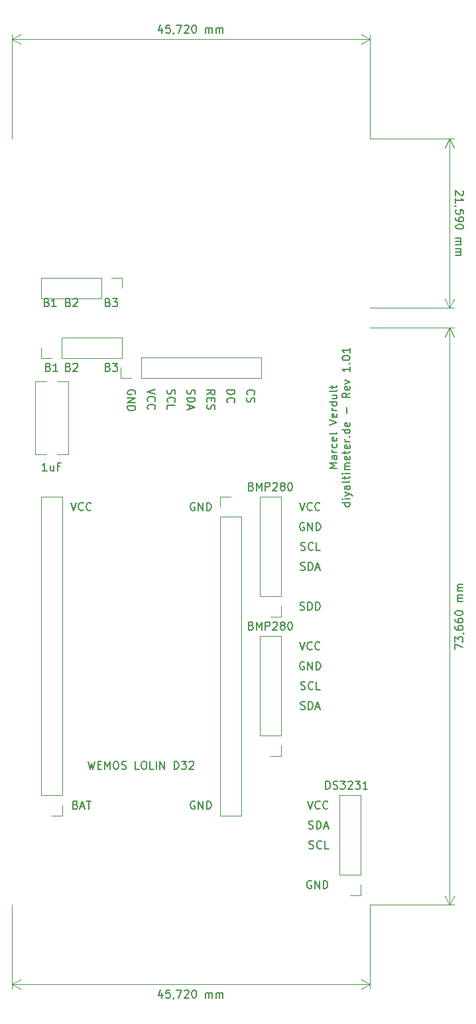
<source format=gbr>
G04 #@! TF.GenerationSoftware,KiCad,Pcbnew,(5.1.0)-1*
G04 #@! TF.CreationDate,2019-04-29T20:29:36+02:00*
G04 #@! TF.ProjectId,diyaltimeter.de,64697961-6c74-4696-9d65-7465722e6465,rev?*
G04 #@! TF.SameCoordinates,Original*
G04 #@! TF.FileFunction,Legend,Top*
G04 #@! TF.FilePolarity,Positive*
%FSLAX46Y46*%
G04 Gerber Fmt 4.6, Leading zero omitted, Abs format (unit mm)*
G04 Created by KiCad (PCBNEW (5.1.0)-1) date 2019-04-29 20:29:36*
%MOMM*%
%LPD*%
G04 APERTURE LIST*
%ADD10C,0.150000*%
%ADD11C,0.120000*%
G04 APERTURE END LIST*
D10*
X122642380Y-147700476D02*
X122642380Y-147033809D01*
X123642380Y-147462380D01*
X122642380Y-146748095D02*
X122642380Y-146129047D01*
X123023333Y-146462380D01*
X123023333Y-146319523D01*
X123070952Y-146224285D01*
X123118571Y-146176666D01*
X123213809Y-146129047D01*
X123451904Y-146129047D01*
X123547142Y-146176666D01*
X123594761Y-146224285D01*
X123642380Y-146319523D01*
X123642380Y-146605238D01*
X123594761Y-146700476D01*
X123547142Y-146748095D01*
X123594761Y-145652857D02*
X123642380Y-145652857D01*
X123737619Y-145700476D01*
X123785238Y-145748095D01*
X122642380Y-144795714D02*
X122642380Y-144986190D01*
X122690000Y-145081428D01*
X122737619Y-145129047D01*
X122880476Y-145224285D01*
X123070952Y-145271904D01*
X123451904Y-145271904D01*
X123547142Y-145224285D01*
X123594761Y-145176666D01*
X123642380Y-145081428D01*
X123642380Y-144890952D01*
X123594761Y-144795714D01*
X123547142Y-144748095D01*
X123451904Y-144700476D01*
X123213809Y-144700476D01*
X123118571Y-144748095D01*
X123070952Y-144795714D01*
X123023333Y-144890952D01*
X123023333Y-145081428D01*
X123070952Y-145176666D01*
X123118571Y-145224285D01*
X123213809Y-145271904D01*
X122642380Y-143843333D02*
X122642380Y-144033809D01*
X122690000Y-144129047D01*
X122737619Y-144176666D01*
X122880476Y-144271904D01*
X123070952Y-144319523D01*
X123451904Y-144319523D01*
X123547142Y-144271904D01*
X123594761Y-144224285D01*
X123642380Y-144129047D01*
X123642380Y-143938571D01*
X123594761Y-143843333D01*
X123547142Y-143795714D01*
X123451904Y-143748095D01*
X123213809Y-143748095D01*
X123118571Y-143795714D01*
X123070952Y-143843333D01*
X123023333Y-143938571D01*
X123023333Y-144129047D01*
X123070952Y-144224285D01*
X123118571Y-144271904D01*
X123213809Y-144319523D01*
X122642380Y-143129047D02*
X122642380Y-143033809D01*
X122690000Y-142938571D01*
X122737619Y-142890952D01*
X122832857Y-142843333D01*
X123023333Y-142795714D01*
X123261428Y-142795714D01*
X123451904Y-142843333D01*
X123547142Y-142890952D01*
X123594761Y-142938571D01*
X123642380Y-143033809D01*
X123642380Y-143129047D01*
X123594761Y-143224285D01*
X123547142Y-143271904D01*
X123451904Y-143319523D01*
X123261428Y-143367142D01*
X123023333Y-143367142D01*
X122832857Y-143319523D01*
X122737619Y-143271904D01*
X122690000Y-143224285D01*
X122642380Y-143129047D01*
X123642380Y-141605238D02*
X122975714Y-141605238D01*
X123070952Y-141605238D02*
X123023333Y-141557619D01*
X122975714Y-141462380D01*
X122975714Y-141319523D01*
X123023333Y-141224285D01*
X123118571Y-141176666D01*
X123642380Y-141176666D01*
X123118571Y-141176666D02*
X123023333Y-141129047D01*
X122975714Y-141033809D01*
X122975714Y-140890952D01*
X123023333Y-140795714D01*
X123118571Y-140748095D01*
X123642380Y-140748095D01*
X123642380Y-140271904D02*
X122975714Y-140271904D01*
X123070952Y-140271904D02*
X123023333Y-140224285D01*
X122975714Y-140129047D01*
X122975714Y-139986190D01*
X123023333Y-139890952D01*
X123118571Y-139843333D01*
X123642380Y-139843333D01*
X123118571Y-139843333D02*
X123023333Y-139795714D01*
X122975714Y-139700476D01*
X122975714Y-139557619D01*
X123023333Y-139462380D01*
X123118571Y-139414761D01*
X123642380Y-139414761D01*
D11*
X121920000Y-180340000D02*
X121920000Y-106680000D01*
X111760000Y-180340000D02*
X122506421Y-180340000D01*
X111760000Y-106680000D02*
X122506421Y-106680000D01*
X121920000Y-106680000D02*
X122506421Y-107806504D01*
X121920000Y-106680000D02*
X121333579Y-107806504D01*
X121920000Y-180340000D02*
X122506421Y-179213496D01*
X121920000Y-180340000D02*
X121333579Y-179213496D01*
D10*
X123642380Y-89202142D02*
X123690000Y-89249761D01*
X123737619Y-89345000D01*
X123737619Y-89583095D01*
X123690000Y-89678333D01*
X123642380Y-89725952D01*
X123547142Y-89773571D01*
X123451904Y-89773571D01*
X123309047Y-89725952D01*
X122737619Y-89154523D01*
X122737619Y-89773571D01*
X122737619Y-90725952D02*
X122737619Y-90154523D01*
X122737619Y-90440238D02*
X123737619Y-90440238D01*
X123594761Y-90345000D01*
X123499523Y-90249761D01*
X123451904Y-90154523D01*
X122785238Y-91202142D02*
X122737619Y-91202142D01*
X122642380Y-91154523D01*
X122594761Y-91106904D01*
X123737619Y-92106904D02*
X123737619Y-91630714D01*
X123261428Y-91583095D01*
X123309047Y-91630714D01*
X123356666Y-91725952D01*
X123356666Y-91964047D01*
X123309047Y-92059285D01*
X123261428Y-92106904D01*
X123166190Y-92154523D01*
X122928095Y-92154523D01*
X122832857Y-92106904D01*
X122785238Y-92059285D01*
X122737619Y-91964047D01*
X122737619Y-91725952D01*
X122785238Y-91630714D01*
X122832857Y-91583095D01*
X122737619Y-92630714D02*
X122737619Y-92821190D01*
X122785238Y-92916428D01*
X122832857Y-92964047D01*
X122975714Y-93059285D01*
X123166190Y-93106904D01*
X123547142Y-93106904D01*
X123642380Y-93059285D01*
X123690000Y-93011666D01*
X123737619Y-92916428D01*
X123737619Y-92725952D01*
X123690000Y-92630714D01*
X123642380Y-92583095D01*
X123547142Y-92535476D01*
X123309047Y-92535476D01*
X123213809Y-92583095D01*
X123166190Y-92630714D01*
X123118571Y-92725952D01*
X123118571Y-92916428D01*
X123166190Y-93011666D01*
X123213809Y-93059285D01*
X123309047Y-93106904D01*
X123737619Y-93725952D02*
X123737619Y-93821190D01*
X123690000Y-93916428D01*
X123642380Y-93964047D01*
X123547142Y-94011666D01*
X123356666Y-94059285D01*
X123118571Y-94059285D01*
X122928095Y-94011666D01*
X122832857Y-93964047D01*
X122785238Y-93916428D01*
X122737619Y-93821190D01*
X122737619Y-93725952D01*
X122785238Y-93630714D01*
X122832857Y-93583095D01*
X122928095Y-93535476D01*
X123118571Y-93487857D01*
X123356666Y-93487857D01*
X123547142Y-93535476D01*
X123642380Y-93583095D01*
X123690000Y-93630714D01*
X123737619Y-93725952D01*
X122737619Y-95249761D02*
X123404285Y-95249761D01*
X123309047Y-95249761D02*
X123356666Y-95297380D01*
X123404285Y-95392619D01*
X123404285Y-95535476D01*
X123356666Y-95630714D01*
X123261428Y-95678333D01*
X122737619Y-95678333D01*
X123261428Y-95678333D02*
X123356666Y-95725952D01*
X123404285Y-95821190D01*
X123404285Y-95964047D01*
X123356666Y-96059285D01*
X123261428Y-96106904D01*
X122737619Y-96106904D01*
X122737619Y-96583095D02*
X123404285Y-96583095D01*
X123309047Y-96583095D02*
X123356666Y-96630714D01*
X123404285Y-96725952D01*
X123404285Y-96868809D01*
X123356666Y-96964047D01*
X123261428Y-97011666D01*
X122737619Y-97011666D01*
X123261428Y-97011666D02*
X123356666Y-97059285D01*
X123404285Y-97154523D01*
X123404285Y-97297380D01*
X123356666Y-97392619D01*
X123261428Y-97440238D01*
X122737619Y-97440238D01*
D11*
X121920000Y-82550000D02*
X121920000Y-104140000D01*
X111760000Y-82550000D02*
X122506421Y-82550000D01*
X111760000Y-104140000D02*
X122506421Y-104140000D01*
X121920000Y-104140000D02*
X121333579Y-103013496D01*
X121920000Y-104140000D02*
X122506421Y-103013496D01*
X121920000Y-82550000D02*
X121333579Y-83676504D01*
X121920000Y-82550000D02*
X122506421Y-83676504D01*
D10*
X78335238Y-103433571D02*
X78478095Y-103481190D01*
X78525714Y-103528809D01*
X78573333Y-103624047D01*
X78573333Y-103766904D01*
X78525714Y-103862142D01*
X78478095Y-103909761D01*
X78382857Y-103957380D01*
X78001904Y-103957380D01*
X78001904Y-102957380D01*
X78335238Y-102957380D01*
X78430476Y-103005000D01*
X78478095Y-103052619D01*
X78525714Y-103147857D01*
X78525714Y-103243095D01*
X78478095Y-103338333D01*
X78430476Y-103385952D01*
X78335238Y-103433571D01*
X78001904Y-103433571D01*
X78906666Y-102957380D02*
X79525714Y-102957380D01*
X79192380Y-103338333D01*
X79335238Y-103338333D01*
X79430476Y-103385952D01*
X79478095Y-103433571D01*
X79525714Y-103528809D01*
X79525714Y-103766904D01*
X79478095Y-103862142D01*
X79430476Y-103909761D01*
X79335238Y-103957380D01*
X79049523Y-103957380D01*
X78954285Y-103909761D01*
X78906666Y-103862142D01*
X73255238Y-103433571D02*
X73398095Y-103481190D01*
X73445714Y-103528809D01*
X73493333Y-103624047D01*
X73493333Y-103766904D01*
X73445714Y-103862142D01*
X73398095Y-103909761D01*
X73302857Y-103957380D01*
X72921904Y-103957380D01*
X72921904Y-102957380D01*
X73255238Y-102957380D01*
X73350476Y-103005000D01*
X73398095Y-103052619D01*
X73445714Y-103147857D01*
X73445714Y-103243095D01*
X73398095Y-103338333D01*
X73350476Y-103385952D01*
X73255238Y-103433571D01*
X72921904Y-103433571D01*
X73874285Y-103052619D02*
X73921904Y-103005000D01*
X74017142Y-102957380D01*
X74255238Y-102957380D01*
X74350476Y-103005000D01*
X74398095Y-103052619D01*
X74445714Y-103147857D01*
X74445714Y-103243095D01*
X74398095Y-103385952D01*
X73826666Y-103957380D01*
X74445714Y-103957380D01*
X70518928Y-103433571D02*
X70661785Y-103481190D01*
X70709404Y-103528809D01*
X70757023Y-103624047D01*
X70757023Y-103766904D01*
X70709404Y-103862142D01*
X70661785Y-103909761D01*
X70566547Y-103957380D01*
X70185595Y-103957380D01*
X70185595Y-102957380D01*
X70518928Y-102957380D01*
X70614166Y-103005000D01*
X70661785Y-103052619D01*
X70709404Y-103147857D01*
X70709404Y-103243095D01*
X70661785Y-103338333D01*
X70614166Y-103385952D01*
X70518928Y-103433571D01*
X70185595Y-103433571D01*
X71709404Y-103957380D02*
X71137976Y-103957380D01*
X71423690Y-103957380D02*
X71423690Y-102957380D01*
X71328452Y-103100238D01*
X71233214Y-103195476D01*
X71137976Y-103243095D01*
X85233333Y-68365714D02*
X85233333Y-69032380D01*
X84995238Y-67984761D02*
X84757142Y-68699047D01*
X85376190Y-68699047D01*
X86233333Y-68032380D02*
X85757142Y-68032380D01*
X85709523Y-68508571D01*
X85757142Y-68460952D01*
X85852380Y-68413333D01*
X86090476Y-68413333D01*
X86185714Y-68460952D01*
X86233333Y-68508571D01*
X86280952Y-68603809D01*
X86280952Y-68841904D01*
X86233333Y-68937142D01*
X86185714Y-68984761D01*
X86090476Y-69032380D01*
X85852380Y-69032380D01*
X85757142Y-68984761D01*
X85709523Y-68937142D01*
X86757142Y-68984761D02*
X86757142Y-69032380D01*
X86709523Y-69127619D01*
X86661904Y-69175238D01*
X87090476Y-68032380D02*
X87757142Y-68032380D01*
X87328571Y-69032380D01*
X88090476Y-68127619D02*
X88138095Y-68080000D01*
X88233333Y-68032380D01*
X88471428Y-68032380D01*
X88566666Y-68080000D01*
X88614285Y-68127619D01*
X88661904Y-68222857D01*
X88661904Y-68318095D01*
X88614285Y-68460952D01*
X88042857Y-69032380D01*
X88661904Y-69032380D01*
X89280952Y-68032380D02*
X89376190Y-68032380D01*
X89471428Y-68080000D01*
X89519047Y-68127619D01*
X89566666Y-68222857D01*
X89614285Y-68413333D01*
X89614285Y-68651428D01*
X89566666Y-68841904D01*
X89519047Y-68937142D01*
X89471428Y-68984761D01*
X89376190Y-69032380D01*
X89280952Y-69032380D01*
X89185714Y-68984761D01*
X89138095Y-68937142D01*
X89090476Y-68841904D01*
X89042857Y-68651428D01*
X89042857Y-68413333D01*
X89090476Y-68222857D01*
X89138095Y-68127619D01*
X89185714Y-68080000D01*
X89280952Y-68032380D01*
X90804761Y-69032380D02*
X90804761Y-68365714D01*
X90804761Y-68460952D02*
X90852380Y-68413333D01*
X90947619Y-68365714D01*
X91090476Y-68365714D01*
X91185714Y-68413333D01*
X91233333Y-68508571D01*
X91233333Y-69032380D01*
X91233333Y-68508571D02*
X91280952Y-68413333D01*
X91376190Y-68365714D01*
X91519047Y-68365714D01*
X91614285Y-68413333D01*
X91661904Y-68508571D01*
X91661904Y-69032380D01*
X92138095Y-69032380D02*
X92138095Y-68365714D01*
X92138095Y-68460952D02*
X92185714Y-68413333D01*
X92280952Y-68365714D01*
X92423809Y-68365714D01*
X92519047Y-68413333D01*
X92566666Y-68508571D01*
X92566666Y-69032380D01*
X92566666Y-68508571D02*
X92614285Y-68413333D01*
X92709523Y-68365714D01*
X92852380Y-68365714D01*
X92947619Y-68413333D01*
X92995238Y-68508571D01*
X92995238Y-69032380D01*
D11*
X111760000Y-69850000D02*
X66040000Y-69850000D01*
X111760000Y-82550000D02*
X111760000Y-69263579D01*
X66040000Y-82550000D02*
X66040000Y-69263579D01*
X66040000Y-69850000D02*
X67166504Y-69263579D01*
X66040000Y-69850000D02*
X67166504Y-70436421D01*
X111760000Y-69850000D02*
X110633496Y-69263579D01*
X111760000Y-69850000D02*
X110633496Y-70436421D01*
D10*
X85233333Y-191555714D02*
X85233333Y-192222380D01*
X84995238Y-191174761D02*
X84757142Y-191889047D01*
X85376190Y-191889047D01*
X86233333Y-191222380D02*
X85757142Y-191222380D01*
X85709523Y-191698571D01*
X85757142Y-191650952D01*
X85852380Y-191603333D01*
X86090476Y-191603333D01*
X86185714Y-191650952D01*
X86233333Y-191698571D01*
X86280952Y-191793809D01*
X86280952Y-192031904D01*
X86233333Y-192127142D01*
X86185714Y-192174761D01*
X86090476Y-192222380D01*
X85852380Y-192222380D01*
X85757142Y-192174761D01*
X85709523Y-192127142D01*
X86757142Y-192174761D02*
X86757142Y-192222380D01*
X86709523Y-192317619D01*
X86661904Y-192365238D01*
X87090476Y-191222380D02*
X87757142Y-191222380D01*
X87328571Y-192222380D01*
X88090476Y-191317619D02*
X88138095Y-191270000D01*
X88233333Y-191222380D01*
X88471428Y-191222380D01*
X88566666Y-191270000D01*
X88614285Y-191317619D01*
X88661904Y-191412857D01*
X88661904Y-191508095D01*
X88614285Y-191650952D01*
X88042857Y-192222380D01*
X88661904Y-192222380D01*
X89280952Y-191222380D02*
X89376190Y-191222380D01*
X89471428Y-191270000D01*
X89519047Y-191317619D01*
X89566666Y-191412857D01*
X89614285Y-191603333D01*
X89614285Y-191841428D01*
X89566666Y-192031904D01*
X89519047Y-192127142D01*
X89471428Y-192174761D01*
X89376190Y-192222380D01*
X89280952Y-192222380D01*
X89185714Y-192174761D01*
X89138095Y-192127142D01*
X89090476Y-192031904D01*
X89042857Y-191841428D01*
X89042857Y-191603333D01*
X89090476Y-191412857D01*
X89138095Y-191317619D01*
X89185714Y-191270000D01*
X89280952Y-191222380D01*
X90804761Y-192222380D02*
X90804761Y-191555714D01*
X90804761Y-191650952D02*
X90852380Y-191603333D01*
X90947619Y-191555714D01*
X91090476Y-191555714D01*
X91185714Y-191603333D01*
X91233333Y-191698571D01*
X91233333Y-192222380D01*
X91233333Y-191698571D02*
X91280952Y-191603333D01*
X91376190Y-191555714D01*
X91519047Y-191555714D01*
X91614285Y-191603333D01*
X91661904Y-191698571D01*
X91661904Y-192222380D01*
X92138095Y-192222380D02*
X92138095Y-191555714D01*
X92138095Y-191650952D02*
X92185714Y-191603333D01*
X92280952Y-191555714D01*
X92423809Y-191555714D01*
X92519047Y-191603333D01*
X92566666Y-191698571D01*
X92566666Y-192222380D01*
X92566666Y-191698571D02*
X92614285Y-191603333D01*
X92709523Y-191555714D01*
X92852380Y-191555714D01*
X92947619Y-191603333D01*
X92995238Y-191698571D01*
X92995238Y-192222380D01*
D11*
X66040000Y-190500000D02*
X111760000Y-190500000D01*
X66040000Y-180340000D02*
X66040000Y-191086421D01*
X111760000Y-180340000D02*
X111760000Y-191086421D01*
X111760000Y-190500000D02*
X110633496Y-191086421D01*
X111760000Y-190500000D02*
X110633496Y-189913579D01*
X66040000Y-190500000D02*
X67166504Y-191086421D01*
X66040000Y-190500000D02*
X67166504Y-189913579D01*
D10*
X70524761Y-124912380D02*
X69953333Y-124912380D01*
X70239047Y-124912380D02*
X70239047Y-123912380D01*
X70143809Y-124055238D01*
X70048571Y-124150476D01*
X69953333Y-124198095D01*
X71381904Y-124245714D02*
X71381904Y-124912380D01*
X70953333Y-124245714D02*
X70953333Y-124769523D01*
X71000952Y-124864761D01*
X71096190Y-124912380D01*
X71239047Y-124912380D01*
X71334285Y-124864761D01*
X71381904Y-124817142D01*
X72191428Y-124388571D02*
X71858095Y-124388571D01*
X71858095Y-124912380D02*
X71858095Y-123912380D01*
X72334285Y-123912380D01*
X96631428Y-144708571D02*
X96774285Y-144756190D01*
X96821904Y-144803809D01*
X96869523Y-144899047D01*
X96869523Y-145041904D01*
X96821904Y-145137142D01*
X96774285Y-145184761D01*
X96679047Y-145232380D01*
X96298095Y-145232380D01*
X96298095Y-144232380D01*
X96631428Y-144232380D01*
X96726666Y-144280000D01*
X96774285Y-144327619D01*
X96821904Y-144422857D01*
X96821904Y-144518095D01*
X96774285Y-144613333D01*
X96726666Y-144660952D01*
X96631428Y-144708571D01*
X96298095Y-144708571D01*
X97298095Y-145232380D02*
X97298095Y-144232380D01*
X97631428Y-144946666D01*
X97964761Y-144232380D01*
X97964761Y-145232380D01*
X98440952Y-145232380D02*
X98440952Y-144232380D01*
X98821904Y-144232380D01*
X98917142Y-144280000D01*
X98964761Y-144327619D01*
X99012380Y-144422857D01*
X99012380Y-144565714D01*
X98964761Y-144660952D01*
X98917142Y-144708571D01*
X98821904Y-144756190D01*
X98440952Y-144756190D01*
X99393333Y-144327619D02*
X99440952Y-144280000D01*
X99536190Y-144232380D01*
X99774285Y-144232380D01*
X99869523Y-144280000D01*
X99917142Y-144327619D01*
X99964761Y-144422857D01*
X99964761Y-144518095D01*
X99917142Y-144660952D01*
X99345714Y-145232380D01*
X99964761Y-145232380D01*
X100536190Y-144660952D02*
X100440952Y-144613333D01*
X100393333Y-144565714D01*
X100345714Y-144470476D01*
X100345714Y-144422857D01*
X100393333Y-144327619D01*
X100440952Y-144280000D01*
X100536190Y-144232380D01*
X100726666Y-144232380D01*
X100821904Y-144280000D01*
X100869523Y-144327619D01*
X100917142Y-144422857D01*
X100917142Y-144470476D01*
X100869523Y-144565714D01*
X100821904Y-144613333D01*
X100726666Y-144660952D01*
X100536190Y-144660952D01*
X100440952Y-144708571D01*
X100393333Y-144756190D01*
X100345714Y-144851428D01*
X100345714Y-145041904D01*
X100393333Y-145137142D01*
X100440952Y-145184761D01*
X100536190Y-145232380D01*
X100726666Y-145232380D01*
X100821904Y-145184761D01*
X100869523Y-145137142D01*
X100917142Y-145041904D01*
X100917142Y-144851428D01*
X100869523Y-144756190D01*
X100821904Y-144708571D01*
X100726666Y-144660952D01*
X101536190Y-144232380D02*
X101631428Y-144232380D01*
X101726666Y-144280000D01*
X101774285Y-144327619D01*
X101821904Y-144422857D01*
X101869523Y-144613333D01*
X101869523Y-144851428D01*
X101821904Y-145041904D01*
X101774285Y-145137142D01*
X101726666Y-145184761D01*
X101631428Y-145232380D01*
X101536190Y-145232380D01*
X101440952Y-145184761D01*
X101393333Y-145137142D01*
X101345714Y-145041904D01*
X101298095Y-144851428D01*
X101298095Y-144613333D01*
X101345714Y-144422857D01*
X101393333Y-144327619D01*
X101440952Y-144280000D01*
X101536190Y-144232380D01*
X96631428Y-126928571D02*
X96774285Y-126976190D01*
X96821904Y-127023809D01*
X96869523Y-127119047D01*
X96869523Y-127261904D01*
X96821904Y-127357142D01*
X96774285Y-127404761D01*
X96679047Y-127452380D01*
X96298095Y-127452380D01*
X96298095Y-126452380D01*
X96631428Y-126452380D01*
X96726666Y-126500000D01*
X96774285Y-126547619D01*
X96821904Y-126642857D01*
X96821904Y-126738095D01*
X96774285Y-126833333D01*
X96726666Y-126880952D01*
X96631428Y-126928571D01*
X96298095Y-126928571D01*
X97298095Y-127452380D02*
X97298095Y-126452380D01*
X97631428Y-127166666D01*
X97964761Y-126452380D01*
X97964761Y-127452380D01*
X98440952Y-127452380D02*
X98440952Y-126452380D01*
X98821904Y-126452380D01*
X98917142Y-126500000D01*
X98964761Y-126547619D01*
X99012380Y-126642857D01*
X99012380Y-126785714D01*
X98964761Y-126880952D01*
X98917142Y-126928571D01*
X98821904Y-126976190D01*
X98440952Y-126976190D01*
X99393333Y-126547619D02*
X99440952Y-126500000D01*
X99536190Y-126452380D01*
X99774285Y-126452380D01*
X99869523Y-126500000D01*
X99917142Y-126547619D01*
X99964761Y-126642857D01*
X99964761Y-126738095D01*
X99917142Y-126880952D01*
X99345714Y-127452380D01*
X99964761Y-127452380D01*
X100536190Y-126880952D02*
X100440952Y-126833333D01*
X100393333Y-126785714D01*
X100345714Y-126690476D01*
X100345714Y-126642857D01*
X100393333Y-126547619D01*
X100440952Y-126500000D01*
X100536190Y-126452380D01*
X100726666Y-126452380D01*
X100821904Y-126500000D01*
X100869523Y-126547619D01*
X100917142Y-126642857D01*
X100917142Y-126690476D01*
X100869523Y-126785714D01*
X100821904Y-126833333D01*
X100726666Y-126880952D01*
X100536190Y-126880952D01*
X100440952Y-126928571D01*
X100393333Y-126976190D01*
X100345714Y-127071428D01*
X100345714Y-127261904D01*
X100393333Y-127357142D01*
X100440952Y-127404761D01*
X100536190Y-127452380D01*
X100726666Y-127452380D01*
X100821904Y-127404761D01*
X100869523Y-127357142D01*
X100917142Y-127261904D01*
X100917142Y-127071428D01*
X100869523Y-126976190D01*
X100821904Y-126928571D01*
X100726666Y-126880952D01*
X101536190Y-126452380D02*
X101631428Y-126452380D01*
X101726666Y-126500000D01*
X101774285Y-126547619D01*
X101821904Y-126642857D01*
X101869523Y-126833333D01*
X101869523Y-127071428D01*
X101821904Y-127261904D01*
X101774285Y-127357142D01*
X101726666Y-127404761D01*
X101631428Y-127452380D01*
X101536190Y-127452380D01*
X101440952Y-127404761D01*
X101393333Y-127357142D01*
X101345714Y-127261904D01*
X101298095Y-127071428D01*
X101298095Y-126833333D01*
X101345714Y-126642857D01*
X101393333Y-126547619D01*
X101440952Y-126500000D01*
X101536190Y-126452380D01*
X78335238Y-111688571D02*
X78478095Y-111736190D01*
X78525714Y-111783809D01*
X78573333Y-111879047D01*
X78573333Y-112021904D01*
X78525714Y-112117142D01*
X78478095Y-112164761D01*
X78382857Y-112212380D01*
X78001904Y-112212380D01*
X78001904Y-111212380D01*
X78335238Y-111212380D01*
X78430476Y-111260000D01*
X78478095Y-111307619D01*
X78525714Y-111402857D01*
X78525714Y-111498095D01*
X78478095Y-111593333D01*
X78430476Y-111640952D01*
X78335238Y-111688571D01*
X78001904Y-111688571D01*
X78906666Y-111212380D02*
X79525714Y-111212380D01*
X79192380Y-111593333D01*
X79335238Y-111593333D01*
X79430476Y-111640952D01*
X79478095Y-111688571D01*
X79525714Y-111783809D01*
X79525714Y-112021904D01*
X79478095Y-112117142D01*
X79430476Y-112164761D01*
X79335238Y-112212380D01*
X79049523Y-112212380D01*
X78954285Y-112164761D01*
X78906666Y-112117142D01*
X73255238Y-111688571D02*
X73398095Y-111736190D01*
X73445714Y-111783809D01*
X73493333Y-111879047D01*
X73493333Y-112021904D01*
X73445714Y-112117142D01*
X73398095Y-112164761D01*
X73302857Y-112212380D01*
X72921904Y-112212380D01*
X72921904Y-111212380D01*
X73255238Y-111212380D01*
X73350476Y-111260000D01*
X73398095Y-111307619D01*
X73445714Y-111402857D01*
X73445714Y-111498095D01*
X73398095Y-111593333D01*
X73350476Y-111640952D01*
X73255238Y-111688571D01*
X72921904Y-111688571D01*
X73874285Y-111307619D02*
X73921904Y-111260000D01*
X74017142Y-111212380D01*
X74255238Y-111212380D01*
X74350476Y-111260000D01*
X74398095Y-111307619D01*
X74445714Y-111402857D01*
X74445714Y-111498095D01*
X74398095Y-111640952D01*
X73826666Y-112212380D01*
X74445714Y-112212380D01*
X70715238Y-111688571D02*
X70858095Y-111736190D01*
X70905714Y-111783809D01*
X70953333Y-111879047D01*
X70953333Y-112021904D01*
X70905714Y-112117142D01*
X70858095Y-112164761D01*
X70762857Y-112212380D01*
X70381904Y-112212380D01*
X70381904Y-111212380D01*
X70715238Y-111212380D01*
X70810476Y-111260000D01*
X70858095Y-111307619D01*
X70905714Y-111402857D01*
X70905714Y-111498095D01*
X70858095Y-111593333D01*
X70810476Y-111640952D01*
X70715238Y-111688571D01*
X70381904Y-111688571D01*
X71905714Y-112212380D02*
X71334285Y-112212380D01*
X71620000Y-112212380D02*
X71620000Y-111212380D01*
X71524761Y-111355238D01*
X71429523Y-111450476D01*
X71334285Y-111498095D01*
X81780000Y-115159404D02*
X81827619Y-115064166D01*
X81827619Y-114921309D01*
X81780000Y-114778452D01*
X81684761Y-114683214D01*
X81589523Y-114635595D01*
X81399047Y-114587976D01*
X81256190Y-114587976D01*
X81065714Y-114635595D01*
X80970476Y-114683214D01*
X80875238Y-114778452D01*
X80827619Y-114921309D01*
X80827619Y-115016547D01*
X80875238Y-115159404D01*
X80922857Y-115207023D01*
X81256190Y-115207023D01*
X81256190Y-115016547D01*
X80827619Y-115635595D02*
X81827619Y-115635595D01*
X80827619Y-116207023D01*
X81827619Y-116207023D01*
X80827619Y-116683214D02*
X81827619Y-116683214D01*
X81827619Y-116921309D01*
X81780000Y-117064166D01*
X81684761Y-117159404D01*
X81589523Y-117207023D01*
X81399047Y-117254642D01*
X81256190Y-117254642D01*
X81065714Y-117207023D01*
X80970476Y-117159404D01*
X80875238Y-117064166D01*
X80827619Y-116921309D01*
X80827619Y-116683214D01*
X84367619Y-114492738D02*
X83367619Y-114826071D01*
X84367619Y-115159404D01*
X83462857Y-116064166D02*
X83415238Y-116016547D01*
X83367619Y-115873690D01*
X83367619Y-115778452D01*
X83415238Y-115635595D01*
X83510476Y-115540357D01*
X83605714Y-115492738D01*
X83796190Y-115445119D01*
X83939047Y-115445119D01*
X84129523Y-115492738D01*
X84224761Y-115540357D01*
X84320000Y-115635595D01*
X84367619Y-115778452D01*
X84367619Y-115873690D01*
X84320000Y-116016547D01*
X84272380Y-116064166D01*
X83462857Y-117064166D02*
X83415238Y-117016547D01*
X83367619Y-116873690D01*
X83367619Y-116778452D01*
X83415238Y-116635595D01*
X83510476Y-116540357D01*
X83605714Y-116492738D01*
X83796190Y-116445119D01*
X83939047Y-116445119D01*
X84129523Y-116492738D01*
X84224761Y-116540357D01*
X84320000Y-116635595D01*
X84367619Y-116778452D01*
X84367619Y-116873690D01*
X84320000Y-117016547D01*
X84272380Y-117064166D01*
X85955238Y-114587976D02*
X85907619Y-114730833D01*
X85907619Y-114968928D01*
X85955238Y-115064166D01*
X86002857Y-115111785D01*
X86098095Y-115159404D01*
X86193333Y-115159404D01*
X86288571Y-115111785D01*
X86336190Y-115064166D01*
X86383809Y-114968928D01*
X86431428Y-114778452D01*
X86479047Y-114683214D01*
X86526666Y-114635595D01*
X86621904Y-114587976D01*
X86717142Y-114587976D01*
X86812380Y-114635595D01*
X86860000Y-114683214D01*
X86907619Y-114778452D01*
X86907619Y-115016547D01*
X86860000Y-115159404D01*
X86002857Y-116159404D02*
X85955238Y-116111785D01*
X85907619Y-115968928D01*
X85907619Y-115873690D01*
X85955238Y-115730833D01*
X86050476Y-115635595D01*
X86145714Y-115587976D01*
X86336190Y-115540357D01*
X86479047Y-115540357D01*
X86669523Y-115587976D01*
X86764761Y-115635595D01*
X86860000Y-115730833D01*
X86907619Y-115873690D01*
X86907619Y-115968928D01*
X86860000Y-116111785D01*
X86812380Y-116159404D01*
X85907619Y-117064166D02*
X85907619Y-116587976D01*
X86907619Y-116587976D01*
X88495238Y-114587976D02*
X88447619Y-114730833D01*
X88447619Y-114968928D01*
X88495238Y-115064166D01*
X88542857Y-115111785D01*
X88638095Y-115159404D01*
X88733333Y-115159404D01*
X88828571Y-115111785D01*
X88876190Y-115064166D01*
X88923809Y-114968928D01*
X88971428Y-114778452D01*
X89019047Y-114683214D01*
X89066666Y-114635595D01*
X89161904Y-114587976D01*
X89257142Y-114587976D01*
X89352380Y-114635595D01*
X89400000Y-114683214D01*
X89447619Y-114778452D01*
X89447619Y-115016547D01*
X89400000Y-115159404D01*
X88447619Y-115587976D02*
X89447619Y-115587976D01*
X89447619Y-115826071D01*
X89400000Y-115968928D01*
X89304761Y-116064166D01*
X89209523Y-116111785D01*
X89019047Y-116159404D01*
X88876190Y-116159404D01*
X88685714Y-116111785D01*
X88590476Y-116064166D01*
X88495238Y-115968928D01*
X88447619Y-115826071D01*
X88447619Y-115587976D01*
X88733333Y-116540357D02*
X88733333Y-117016547D01*
X88447619Y-116445119D02*
X89447619Y-116778452D01*
X88447619Y-117111785D01*
X90987619Y-115207023D02*
X91463809Y-114873690D01*
X90987619Y-114635595D02*
X91987619Y-114635595D01*
X91987619Y-115016547D01*
X91940000Y-115111785D01*
X91892380Y-115159404D01*
X91797142Y-115207023D01*
X91654285Y-115207023D01*
X91559047Y-115159404D01*
X91511428Y-115111785D01*
X91463809Y-115016547D01*
X91463809Y-114635595D01*
X91511428Y-115635595D02*
X91511428Y-115968928D01*
X90987619Y-116111785D02*
X90987619Y-115635595D01*
X91987619Y-115635595D01*
X91987619Y-116111785D01*
X91035238Y-116492738D02*
X90987619Y-116635595D01*
X90987619Y-116873690D01*
X91035238Y-116968928D01*
X91082857Y-117016547D01*
X91178095Y-117064166D01*
X91273333Y-117064166D01*
X91368571Y-117016547D01*
X91416190Y-116968928D01*
X91463809Y-116873690D01*
X91511428Y-116683214D01*
X91559047Y-116587976D01*
X91606666Y-116540357D01*
X91701904Y-116492738D01*
X91797142Y-116492738D01*
X91892380Y-116540357D01*
X91940000Y-116587976D01*
X91987619Y-116683214D01*
X91987619Y-116921309D01*
X91940000Y-117064166D01*
X93527619Y-114635595D02*
X94527619Y-114635595D01*
X94527619Y-114873690D01*
X94480000Y-115016547D01*
X94384761Y-115111785D01*
X94289523Y-115159404D01*
X94099047Y-115207023D01*
X93956190Y-115207023D01*
X93765714Y-115159404D01*
X93670476Y-115111785D01*
X93575238Y-115016547D01*
X93527619Y-114873690D01*
X93527619Y-114635595D01*
X93622857Y-116207023D02*
X93575238Y-116159404D01*
X93527619Y-116016547D01*
X93527619Y-115921309D01*
X93575238Y-115778452D01*
X93670476Y-115683214D01*
X93765714Y-115635595D01*
X93956190Y-115587976D01*
X94099047Y-115587976D01*
X94289523Y-115635595D01*
X94384761Y-115683214D01*
X94480000Y-115778452D01*
X94527619Y-115921309D01*
X94527619Y-116016547D01*
X94480000Y-116159404D01*
X94432380Y-116207023D01*
X96162857Y-115207023D02*
X96115238Y-115159404D01*
X96067619Y-115016547D01*
X96067619Y-114921309D01*
X96115238Y-114778452D01*
X96210476Y-114683214D01*
X96305714Y-114635595D01*
X96496190Y-114587976D01*
X96639047Y-114587976D01*
X96829523Y-114635595D01*
X96924761Y-114683214D01*
X97020000Y-114778452D01*
X97067619Y-114921309D01*
X97067619Y-115016547D01*
X97020000Y-115159404D01*
X96972380Y-115207023D01*
X96115238Y-115587976D02*
X96067619Y-115730833D01*
X96067619Y-115968928D01*
X96115238Y-116064166D01*
X96162857Y-116111785D01*
X96258095Y-116159404D01*
X96353333Y-116159404D01*
X96448571Y-116111785D01*
X96496190Y-116064166D01*
X96543809Y-115968928D01*
X96591428Y-115778452D01*
X96639047Y-115683214D01*
X96686666Y-115635595D01*
X96781904Y-115587976D01*
X96877142Y-115587976D01*
X96972380Y-115635595D01*
X97020000Y-115683214D01*
X97067619Y-115778452D01*
X97067619Y-116016547D01*
X97020000Y-116159404D01*
X89408095Y-167140000D02*
X89312857Y-167092380D01*
X89170000Y-167092380D01*
X89027142Y-167140000D01*
X88931904Y-167235238D01*
X88884285Y-167330476D01*
X88836666Y-167520952D01*
X88836666Y-167663809D01*
X88884285Y-167854285D01*
X88931904Y-167949523D01*
X89027142Y-168044761D01*
X89170000Y-168092380D01*
X89265238Y-168092380D01*
X89408095Y-168044761D01*
X89455714Y-167997142D01*
X89455714Y-167663809D01*
X89265238Y-167663809D01*
X89884285Y-168092380D02*
X89884285Y-167092380D01*
X90455714Y-168092380D01*
X90455714Y-167092380D01*
X90931904Y-168092380D02*
X90931904Y-167092380D01*
X91170000Y-167092380D01*
X91312857Y-167140000D01*
X91408095Y-167235238D01*
X91455714Y-167330476D01*
X91503333Y-167520952D01*
X91503333Y-167663809D01*
X91455714Y-167854285D01*
X91408095Y-167949523D01*
X91312857Y-168044761D01*
X91170000Y-168092380D01*
X90931904Y-168092380D01*
X74191904Y-167568571D02*
X74334761Y-167616190D01*
X74382380Y-167663809D01*
X74430000Y-167759047D01*
X74430000Y-167901904D01*
X74382380Y-167997142D01*
X74334761Y-168044761D01*
X74239523Y-168092380D01*
X73858571Y-168092380D01*
X73858571Y-167092380D01*
X74191904Y-167092380D01*
X74287142Y-167140000D01*
X74334761Y-167187619D01*
X74382380Y-167282857D01*
X74382380Y-167378095D01*
X74334761Y-167473333D01*
X74287142Y-167520952D01*
X74191904Y-167568571D01*
X73858571Y-167568571D01*
X74810952Y-167806666D02*
X75287142Y-167806666D01*
X74715714Y-168092380D02*
X75049047Y-167092380D01*
X75382380Y-168092380D01*
X75572857Y-167092380D02*
X76144285Y-167092380D01*
X75858571Y-168092380D02*
X75858571Y-167092380D01*
X73596666Y-128992380D02*
X73930000Y-129992380D01*
X74263333Y-128992380D01*
X75168095Y-129897142D02*
X75120476Y-129944761D01*
X74977619Y-129992380D01*
X74882380Y-129992380D01*
X74739523Y-129944761D01*
X74644285Y-129849523D01*
X74596666Y-129754285D01*
X74549047Y-129563809D01*
X74549047Y-129420952D01*
X74596666Y-129230476D01*
X74644285Y-129135238D01*
X74739523Y-129040000D01*
X74882380Y-128992380D01*
X74977619Y-128992380D01*
X75120476Y-129040000D01*
X75168095Y-129087619D01*
X76168095Y-129897142D02*
X76120476Y-129944761D01*
X75977619Y-129992380D01*
X75882380Y-129992380D01*
X75739523Y-129944761D01*
X75644285Y-129849523D01*
X75596666Y-129754285D01*
X75549047Y-129563809D01*
X75549047Y-129420952D01*
X75596666Y-129230476D01*
X75644285Y-129135238D01*
X75739523Y-129040000D01*
X75882380Y-128992380D01*
X75977619Y-128992380D01*
X76120476Y-129040000D01*
X76168095Y-129087619D01*
X89408095Y-129040000D02*
X89312857Y-128992380D01*
X89170000Y-128992380D01*
X89027142Y-129040000D01*
X88931904Y-129135238D01*
X88884285Y-129230476D01*
X88836666Y-129420952D01*
X88836666Y-129563809D01*
X88884285Y-129754285D01*
X88931904Y-129849523D01*
X89027142Y-129944761D01*
X89170000Y-129992380D01*
X89265238Y-129992380D01*
X89408095Y-129944761D01*
X89455714Y-129897142D01*
X89455714Y-129563809D01*
X89265238Y-129563809D01*
X89884285Y-129992380D02*
X89884285Y-128992380D01*
X90455714Y-129992380D01*
X90455714Y-128992380D01*
X90931904Y-129992380D02*
X90931904Y-128992380D01*
X91170000Y-128992380D01*
X91312857Y-129040000D01*
X91408095Y-129135238D01*
X91455714Y-129230476D01*
X91503333Y-129420952D01*
X91503333Y-129563809D01*
X91455714Y-129754285D01*
X91408095Y-129849523D01*
X91312857Y-129944761D01*
X91170000Y-129992380D01*
X90931904Y-129992380D01*
X107577380Y-124594285D02*
X106577380Y-124594285D01*
X107291666Y-124260952D01*
X106577380Y-123927619D01*
X107577380Y-123927619D01*
X107577380Y-123022857D02*
X107053571Y-123022857D01*
X106958333Y-123070476D01*
X106910714Y-123165714D01*
X106910714Y-123356190D01*
X106958333Y-123451428D01*
X107529761Y-123022857D02*
X107577380Y-123118095D01*
X107577380Y-123356190D01*
X107529761Y-123451428D01*
X107434523Y-123499047D01*
X107339285Y-123499047D01*
X107244047Y-123451428D01*
X107196428Y-123356190D01*
X107196428Y-123118095D01*
X107148809Y-123022857D01*
X107577380Y-122546666D02*
X106910714Y-122546666D01*
X107101190Y-122546666D02*
X107005952Y-122499047D01*
X106958333Y-122451428D01*
X106910714Y-122356190D01*
X106910714Y-122260952D01*
X107529761Y-121499047D02*
X107577380Y-121594285D01*
X107577380Y-121784761D01*
X107529761Y-121880000D01*
X107482142Y-121927619D01*
X107386904Y-121975238D01*
X107101190Y-121975238D01*
X107005952Y-121927619D01*
X106958333Y-121880000D01*
X106910714Y-121784761D01*
X106910714Y-121594285D01*
X106958333Y-121499047D01*
X107529761Y-120689523D02*
X107577380Y-120784761D01*
X107577380Y-120975238D01*
X107529761Y-121070476D01*
X107434523Y-121118095D01*
X107053571Y-121118095D01*
X106958333Y-121070476D01*
X106910714Y-120975238D01*
X106910714Y-120784761D01*
X106958333Y-120689523D01*
X107053571Y-120641904D01*
X107148809Y-120641904D01*
X107244047Y-121118095D01*
X107577380Y-120070476D02*
X107529761Y-120165714D01*
X107434523Y-120213333D01*
X106577380Y-120213333D01*
X106577380Y-119070476D02*
X107577380Y-118737142D01*
X106577380Y-118403809D01*
X107529761Y-117689523D02*
X107577380Y-117784761D01*
X107577380Y-117975238D01*
X107529761Y-118070476D01*
X107434523Y-118118095D01*
X107053571Y-118118095D01*
X106958333Y-118070476D01*
X106910714Y-117975238D01*
X106910714Y-117784761D01*
X106958333Y-117689523D01*
X107053571Y-117641904D01*
X107148809Y-117641904D01*
X107244047Y-118118095D01*
X107577380Y-117213333D02*
X106910714Y-117213333D01*
X107101190Y-117213333D02*
X107005952Y-117165714D01*
X106958333Y-117118095D01*
X106910714Y-117022857D01*
X106910714Y-116927619D01*
X107577380Y-116165714D02*
X106577380Y-116165714D01*
X107529761Y-116165714D02*
X107577380Y-116260952D01*
X107577380Y-116451428D01*
X107529761Y-116546666D01*
X107482142Y-116594285D01*
X107386904Y-116641904D01*
X107101190Y-116641904D01*
X107005952Y-116594285D01*
X106958333Y-116546666D01*
X106910714Y-116451428D01*
X106910714Y-116260952D01*
X106958333Y-116165714D01*
X106910714Y-115260952D02*
X107577380Y-115260952D01*
X106910714Y-115689523D02*
X107434523Y-115689523D01*
X107529761Y-115641904D01*
X107577380Y-115546666D01*
X107577380Y-115403809D01*
X107529761Y-115308571D01*
X107482142Y-115260952D01*
X107577380Y-114641904D02*
X107529761Y-114737142D01*
X107434523Y-114784761D01*
X106577380Y-114784761D01*
X106910714Y-114403809D02*
X106910714Y-114022857D01*
X106577380Y-114260952D02*
X107434523Y-114260952D01*
X107529761Y-114213333D01*
X107577380Y-114118095D01*
X107577380Y-114022857D01*
X109227380Y-128999047D02*
X108227380Y-128999047D01*
X109179761Y-128999047D02*
X109227380Y-129094285D01*
X109227380Y-129284761D01*
X109179761Y-129380000D01*
X109132142Y-129427619D01*
X109036904Y-129475238D01*
X108751190Y-129475238D01*
X108655952Y-129427619D01*
X108608333Y-129380000D01*
X108560714Y-129284761D01*
X108560714Y-129094285D01*
X108608333Y-128999047D01*
X109227380Y-128522857D02*
X108560714Y-128522857D01*
X108227380Y-128522857D02*
X108275000Y-128570476D01*
X108322619Y-128522857D01*
X108275000Y-128475238D01*
X108227380Y-128522857D01*
X108322619Y-128522857D01*
X108560714Y-128141904D02*
X109227380Y-127903809D01*
X108560714Y-127665714D02*
X109227380Y-127903809D01*
X109465476Y-127999047D01*
X109513095Y-128046666D01*
X109560714Y-128141904D01*
X109227380Y-126856190D02*
X108703571Y-126856190D01*
X108608333Y-126903809D01*
X108560714Y-126999047D01*
X108560714Y-127189523D01*
X108608333Y-127284761D01*
X109179761Y-126856190D02*
X109227380Y-126951428D01*
X109227380Y-127189523D01*
X109179761Y-127284761D01*
X109084523Y-127332380D01*
X108989285Y-127332380D01*
X108894047Y-127284761D01*
X108846428Y-127189523D01*
X108846428Y-126951428D01*
X108798809Y-126856190D01*
X109227380Y-126237142D02*
X109179761Y-126332380D01*
X109084523Y-126380000D01*
X108227380Y-126380000D01*
X108560714Y-125999047D02*
X108560714Y-125618095D01*
X108227380Y-125856190D02*
X109084523Y-125856190D01*
X109179761Y-125808571D01*
X109227380Y-125713333D01*
X109227380Y-125618095D01*
X109227380Y-125284761D02*
X108560714Y-125284761D01*
X108227380Y-125284761D02*
X108275000Y-125332380D01*
X108322619Y-125284761D01*
X108275000Y-125237142D01*
X108227380Y-125284761D01*
X108322619Y-125284761D01*
X109227380Y-124808571D02*
X108560714Y-124808571D01*
X108655952Y-124808571D02*
X108608333Y-124760952D01*
X108560714Y-124665714D01*
X108560714Y-124522857D01*
X108608333Y-124427619D01*
X108703571Y-124380000D01*
X109227380Y-124380000D01*
X108703571Y-124380000D02*
X108608333Y-124332380D01*
X108560714Y-124237142D01*
X108560714Y-124094285D01*
X108608333Y-123999047D01*
X108703571Y-123951428D01*
X109227380Y-123951428D01*
X109179761Y-123094285D02*
X109227380Y-123189523D01*
X109227380Y-123380000D01*
X109179761Y-123475238D01*
X109084523Y-123522857D01*
X108703571Y-123522857D01*
X108608333Y-123475238D01*
X108560714Y-123380000D01*
X108560714Y-123189523D01*
X108608333Y-123094285D01*
X108703571Y-123046666D01*
X108798809Y-123046666D01*
X108894047Y-123522857D01*
X108560714Y-122760952D02*
X108560714Y-122380000D01*
X108227380Y-122618095D02*
X109084523Y-122618095D01*
X109179761Y-122570476D01*
X109227380Y-122475238D01*
X109227380Y-122380000D01*
X109179761Y-121665714D02*
X109227380Y-121760952D01*
X109227380Y-121951428D01*
X109179761Y-122046666D01*
X109084523Y-122094285D01*
X108703571Y-122094285D01*
X108608333Y-122046666D01*
X108560714Y-121951428D01*
X108560714Y-121760952D01*
X108608333Y-121665714D01*
X108703571Y-121618095D01*
X108798809Y-121618095D01*
X108894047Y-122094285D01*
X109227380Y-121189523D02*
X108560714Y-121189523D01*
X108751190Y-121189523D02*
X108655952Y-121141904D01*
X108608333Y-121094285D01*
X108560714Y-120999047D01*
X108560714Y-120903809D01*
X109132142Y-120570476D02*
X109179761Y-120522857D01*
X109227380Y-120570476D01*
X109179761Y-120618095D01*
X109132142Y-120570476D01*
X109227380Y-120570476D01*
X109227380Y-119665714D02*
X108227380Y-119665714D01*
X109179761Y-119665714D02*
X109227380Y-119760952D01*
X109227380Y-119951428D01*
X109179761Y-120046666D01*
X109132142Y-120094285D01*
X109036904Y-120141904D01*
X108751190Y-120141904D01*
X108655952Y-120094285D01*
X108608333Y-120046666D01*
X108560714Y-119951428D01*
X108560714Y-119760952D01*
X108608333Y-119665714D01*
X109179761Y-118808571D02*
X109227380Y-118903809D01*
X109227380Y-119094285D01*
X109179761Y-119189523D01*
X109084523Y-119237142D01*
X108703571Y-119237142D01*
X108608333Y-119189523D01*
X108560714Y-119094285D01*
X108560714Y-118903809D01*
X108608333Y-118808571D01*
X108703571Y-118760952D01*
X108798809Y-118760952D01*
X108894047Y-119237142D01*
X108846428Y-117570476D02*
X108846428Y-116808571D01*
X109227380Y-114999047D02*
X108751190Y-115332380D01*
X109227380Y-115570476D02*
X108227380Y-115570476D01*
X108227380Y-115189523D01*
X108275000Y-115094285D01*
X108322619Y-115046666D01*
X108417857Y-114999047D01*
X108560714Y-114999047D01*
X108655952Y-115046666D01*
X108703571Y-115094285D01*
X108751190Y-115189523D01*
X108751190Y-115570476D01*
X109179761Y-114189523D02*
X109227380Y-114284761D01*
X109227380Y-114475238D01*
X109179761Y-114570476D01*
X109084523Y-114618095D01*
X108703571Y-114618095D01*
X108608333Y-114570476D01*
X108560714Y-114475238D01*
X108560714Y-114284761D01*
X108608333Y-114189523D01*
X108703571Y-114141904D01*
X108798809Y-114141904D01*
X108894047Y-114618095D01*
X108560714Y-113808571D02*
X109227380Y-113570476D01*
X108560714Y-113332380D01*
X109227380Y-111665714D02*
X109227380Y-112237142D01*
X109227380Y-111951428D02*
X108227380Y-111951428D01*
X108370238Y-112046666D01*
X108465476Y-112141904D01*
X108513095Y-112237142D01*
X109132142Y-111237142D02*
X109179761Y-111189523D01*
X109227380Y-111237142D01*
X109179761Y-111284761D01*
X109132142Y-111237142D01*
X109227380Y-111237142D01*
X108227380Y-110570476D02*
X108227380Y-110475238D01*
X108275000Y-110380000D01*
X108322619Y-110332380D01*
X108417857Y-110284761D01*
X108608333Y-110237142D01*
X108846428Y-110237142D01*
X109036904Y-110284761D01*
X109132142Y-110332380D01*
X109179761Y-110380000D01*
X109227380Y-110475238D01*
X109227380Y-110570476D01*
X109179761Y-110665714D01*
X109132142Y-110713333D01*
X109036904Y-110760952D01*
X108846428Y-110808571D01*
X108608333Y-110808571D01*
X108417857Y-110760952D01*
X108322619Y-110713333D01*
X108275000Y-110665714D01*
X108227380Y-110570476D01*
X109227380Y-109284761D02*
X109227380Y-109856190D01*
X109227380Y-109570476D02*
X108227380Y-109570476D01*
X108370238Y-109665714D01*
X108465476Y-109760952D01*
X108513095Y-109856190D01*
X75788095Y-162012380D02*
X76026190Y-163012380D01*
X76216666Y-162298095D01*
X76407142Y-163012380D01*
X76645238Y-162012380D01*
X77026190Y-162488571D02*
X77359523Y-162488571D01*
X77502380Y-163012380D02*
X77026190Y-163012380D01*
X77026190Y-162012380D01*
X77502380Y-162012380D01*
X77930952Y-163012380D02*
X77930952Y-162012380D01*
X78264285Y-162726666D01*
X78597619Y-162012380D01*
X78597619Y-163012380D01*
X79264285Y-162012380D02*
X79454761Y-162012380D01*
X79550000Y-162060000D01*
X79645238Y-162155238D01*
X79692857Y-162345714D01*
X79692857Y-162679047D01*
X79645238Y-162869523D01*
X79550000Y-162964761D01*
X79454761Y-163012380D01*
X79264285Y-163012380D01*
X79169047Y-162964761D01*
X79073809Y-162869523D01*
X79026190Y-162679047D01*
X79026190Y-162345714D01*
X79073809Y-162155238D01*
X79169047Y-162060000D01*
X79264285Y-162012380D01*
X80073809Y-162964761D02*
X80216666Y-163012380D01*
X80454761Y-163012380D01*
X80550000Y-162964761D01*
X80597619Y-162917142D01*
X80645238Y-162821904D01*
X80645238Y-162726666D01*
X80597619Y-162631428D01*
X80550000Y-162583809D01*
X80454761Y-162536190D01*
X80264285Y-162488571D01*
X80169047Y-162440952D01*
X80121428Y-162393333D01*
X80073809Y-162298095D01*
X80073809Y-162202857D01*
X80121428Y-162107619D01*
X80169047Y-162060000D01*
X80264285Y-162012380D01*
X80502380Y-162012380D01*
X80645238Y-162060000D01*
X82311904Y-163012380D02*
X81835714Y-163012380D01*
X81835714Y-162012380D01*
X82835714Y-162012380D02*
X83026190Y-162012380D01*
X83121428Y-162060000D01*
X83216666Y-162155238D01*
X83264285Y-162345714D01*
X83264285Y-162679047D01*
X83216666Y-162869523D01*
X83121428Y-162964761D01*
X83026190Y-163012380D01*
X82835714Y-163012380D01*
X82740476Y-162964761D01*
X82645238Y-162869523D01*
X82597619Y-162679047D01*
X82597619Y-162345714D01*
X82645238Y-162155238D01*
X82740476Y-162060000D01*
X82835714Y-162012380D01*
X84169047Y-163012380D02*
X83692857Y-163012380D01*
X83692857Y-162012380D01*
X84502380Y-163012380D02*
X84502380Y-162012380D01*
X84978571Y-163012380D02*
X84978571Y-162012380D01*
X85550000Y-163012380D01*
X85550000Y-162012380D01*
X86788095Y-163012380D02*
X86788095Y-162012380D01*
X87026190Y-162012380D01*
X87169047Y-162060000D01*
X87264285Y-162155238D01*
X87311904Y-162250476D01*
X87359523Y-162440952D01*
X87359523Y-162583809D01*
X87311904Y-162774285D01*
X87264285Y-162869523D01*
X87169047Y-162964761D01*
X87026190Y-163012380D01*
X86788095Y-163012380D01*
X87692857Y-162012380D02*
X88311904Y-162012380D01*
X87978571Y-162393333D01*
X88121428Y-162393333D01*
X88216666Y-162440952D01*
X88264285Y-162488571D01*
X88311904Y-162583809D01*
X88311904Y-162821904D01*
X88264285Y-162917142D01*
X88216666Y-162964761D01*
X88121428Y-163012380D01*
X87835714Y-163012380D01*
X87740476Y-162964761D01*
X87692857Y-162917142D01*
X88692857Y-162107619D02*
X88740476Y-162060000D01*
X88835714Y-162012380D01*
X89073809Y-162012380D01*
X89169047Y-162060000D01*
X89216666Y-162107619D01*
X89264285Y-162202857D01*
X89264285Y-162298095D01*
X89216666Y-162440952D01*
X88645238Y-163012380D01*
X89264285Y-163012380D01*
X106138690Y-165552380D02*
X106138690Y-164552380D01*
X106376785Y-164552380D01*
X106519642Y-164600000D01*
X106614880Y-164695238D01*
X106662500Y-164790476D01*
X106710119Y-164980952D01*
X106710119Y-165123809D01*
X106662500Y-165314285D01*
X106614880Y-165409523D01*
X106519642Y-165504761D01*
X106376785Y-165552380D01*
X106138690Y-165552380D01*
X107091071Y-165504761D02*
X107233928Y-165552380D01*
X107472023Y-165552380D01*
X107567261Y-165504761D01*
X107614880Y-165457142D01*
X107662500Y-165361904D01*
X107662500Y-165266666D01*
X107614880Y-165171428D01*
X107567261Y-165123809D01*
X107472023Y-165076190D01*
X107281547Y-165028571D01*
X107186309Y-164980952D01*
X107138690Y-164933333D01*
X107091071Y-164838095D01*
X107091071Y-164742857D01*
X107138690Y-164647619D01*
X107186309Y-164600000D01*
X107281547Y-164552380D01*
X107519642Y-164552380D01*
X107662500Y-164600000D01*
X107995833Y-164552380D02*
X108614880Y-164552380D01*
X108281547Y-164933333D01*
X108424404Y-164933333D01*
X108519642Y-164980952D01*
X108567261Y-165028571D01*
X108614880Y-165123809D01*
X108614880Y-165361904D01*
X108567261Y-165457142D01*
X108519642Y-165504761D01*
X108424404Y-165552380D01*
X108138690Y-165552380D01*
X108043452Y-165504761D01*
X107995833Y-165457142D01*
X108995833Y-164647619D02*
X109043452Y-164600000D01*
X109138690Y-164552380D01*
X109376785Y-164552380D01*
X109472023Y-164600000D01*
X109519642Y-164647619D01*
X109567261Y-164742857D01*
X109567261Y-164838095D01*
X109519642Y-164980952D01*
X108948214Y-165552380D01*
X109567261Y-165552380D01*
X109900595Y-164552380D02*
X110519642Y-164552380D01*
X110186309Y-164933333D01*
X110329166Y-164933333D01*
X110424404Y-164980952D01*
X110472023Y-165028571D01*
X110519642Y-165123809D01*
X110519642Y-165361904D01*
X110472023Y-165457142D01*
X110424404Y-165504761D01*
X110329166Y-165552380D01*
X110043452Y-165552380D01*
X109948214Y-165504761D01*
X109900595Y-165457142D01*
X111472023Y-165552380D02*
X110900595Y-165552380D01*
X111186309Y-165552380D02*
X111186309Y-164552380D01*
X111091071Y-164695238D01*
X110995833Y-164790476D01*
X110900595Y-164838095D01*
X104296785Y-177300000D02*
X104201547Y-177252380D01*
X104058690Y-177252380D01*
X103915833Y-177300000D01*
X103820595Y-177395238D01*
X103772976Y-177490476D01*
X103725357Y-177680952D01*
X103725357Y-177823809D01*
X103772976Y-178014285D01*
X103820595Y-178109523D01*
X103915833Y-178204761D01*
X104058690Y-178252380D01*
X104153928Y-178252380D01*
X104296785Y-178204761D01*
X104344404Y-178157142D01*
X104344404Y-177823809D01*
X104153928Y-177823809D01*
X104772976Y-178252380D02*
X104772976Y-177252380D01*
X105344404Y-178252380D01*
X105344404Y-177252380D01*
X105820595Y-178252380D02*
X105820595Y-177252380D01*
X106058690Y-177252380D01*
X106201547Y-177300000D01*
X106296785Y-177395238D01*
X106344404Y-177490476D01*
X106392023Y-177680952D01*
X106392023Y-177823809D01*
X106344404Y-178014285D01*
X106296785Y-178109523D01*
X106201547Y-178204761D01*
X106058690Y-178252380D01*
X105820595Y-178252380D01*
X104011071Y-173124761D02*
X104153928Y-173172380D01*
X104392023Y-173172380D01*
X104487261Y-173124761D01*
X104534880Y-173077142D01*
X104582500Y-172981904D01*
X104582500Y-172886666D01*
X104534880Y-172791428D01*
X104487261Y-172743809D01*
X104392023Y-172696190D01*
X104201547Y-172648571D01*
X104106309Y-172600952D01*
X104058690Y-172553333D01*
X104011071Y-172458095D01*
X104011071Y-172362857D01*
X104058690Y-172267619D01*
X104106309Y-172220000D01*
X104201547Y-172172380D01*
X104439642Y-172172380D01*
X104582500Y-172220000D01*
X105582500Y-173077142D02*
X105534880Y-173124761D01*
X105392023Y-173172380D01*
X105296785Y-173172380D01*
X105153928Y-173124761D01*
X105058690Y-173029523D01*
X105011071Y-172934285D01*
X104963452Y-172743809D01*
X104963452Y-172600952D01*
X105011071Y-172410476D01*
X105058690Y-172315238D01*
X105153928Y-172220000D01*
X105296785Y-172172380D01*
X105392023Y-172172380D01*
X105534880Y-172220000D01*
X105582500Y-172267619D01*
X106487261Y-173172380D02*
X106011071Y-173172380D01*
X106011071Y-172172380D01*
X103963452Y-170584761D02*
X104106309Y-170632380D01*
X104344404Y-170632380D01*
X104439642Y-170584761D01*
X104487261Y-170537142D01*
X104534880Y-170441904D01*
X104534880Y-170346666D01*
X104487261Y-170251428D01*
X104439642Y-170203809D01*
X104344404Y-170156190D01*
X104153928Y-170108571D01*
X104058690Y-170060952D01*
X104011071Y-170013333D01*
X103963452Y-169918095D01*
X103963452Y-169822857D01*
X104011071Y-169727619D01*
X104058690Y-169680000D01*
X104153928Y-169632380D01*
X104392023Y-169632380D01*
X104534880Y-169680000D01*
X104963452Y-170632380D02*
X104963452Y-169632380D01*
X105201547Y-169632380D01*
X105344404Y-169680000D01*
X105439642Y-169775238D01*
X105487261Y-169870476D01*
X105534880Y-170060952D01*
X105534880Y-170203809D01*
X105487261Y-170394285D01*
X105439642Y-170489523D01*
X105344404Y-170584761D01*
X105201547Y-170632380D01*
X104963452Y-170632380D01*
X105915833Y-170346666D02*
X106392023Y-170346666D01*
X105820595Y-170632380D02*
X106153928Y-169632380D01*
X106487261Y-170632380D01*
X103820595Y-167092380D02*
X104153928Y-168092380D01*
X104487261Y-167092380D01*
X105392023Y-167997142D02*
X105344404Y-168044761D01*
X105201547Y-168092380D01*
X105106309Y-168092380D01*
X104963452Y-168044761D01*
X104868214Y-167949523D01*
X104820595Y-167854285D01*
X104772976Y-167663809D01*
X104772976Y-167520952D01*
X104820595Y-167330476D01*
X104868214Y-167235238D01*
X104963452Y-167140000D01*
X105106309Y-167092380D01*
X105201547Y-167092380D01*
X105344404Y-167140000D01*
X105392023Y-167187619D01*
X106392023Y-167997142D02*
X106344404Y-168044761D01*
X106201547Y-168092380D01*
X106106309Y-168092380D01*
X105963452Y-168044761D01*
X105868214Y-167949523D01*
X105820595Y-167854285D01*
X105772976Y-167663809D01*
X105772976Y-167520952D01*
X105820595Y-167330476D01*
X105868214Y-167235238D01*
X105963452Y-167140000D01*
X106106309Y-167092380D01*
X106201547Y-167092380D01*
X106344404Y-167140000D01*
X106392023Y-167187619D01*
X102925714Y-155344761D02*
X103068571Y-155392380D01*
X103306666Y-155392380D01*
X103401904Y-155344761D01*
X103449523Y-155297142D01*
X103497142Y-155201904D01*
X103497142Y-155106666D01*
X103449523Y-155011428D01*
X103401904Y-154963809D01*
X103306666Y-154916190D01*
X103116190Y-154868571D01*
X103020952Y-154820952D01*
X102973333Y-154773333D01*
X102925714Y-154678095D01*
X102925714Y-154582857D01*
X102973333Y-154487619D01*
X103020952Y-154440000D01*
X103116190Y-154392380D01*
X103354285Y-154392380D01*
X103497142Y-154440000D01*
X103925714Y-155392380D02*
X103925714Y-154392380D01*
X104163809Y-154392380D01*
X104306666Y-154440000D01*
X104401904Y-154535238D01*
X104449523Y-154630476D01*
X104497142Y-154820952D01*
X104497142Y-154963809D01*
X104449523Y-155154285D01*
X104401904Y-155249523D01*
X104306666Y-155344761D01*
X104163809Y-155392380D01*
X103925714Y-155392380D01*
X104878095Y-155106666D02*
X105354285Y-155106666D01*
X104782857Y-155392380D02*
X105116190Y-154392380D01*
X105449523Y-155392380D01*
X102949523Y-152804761D02*
X103092380Y-152852380D01*
X103330476Y-152852380D01*
X103425714Y-152804761D01*
X103473333Y-152757142D01*
X103520952Y-152661904D01*
X103520952Y-152566666D01*
X103473333Y-152471428D01*
X103425714Y-152423809D01*
X103330476Y-152376190D01*
X103140000Y-152328571D01*
X103044761Y-152280952D01*
X102997142Y-152233333D01*
X102949523Y-152138095D01*
X102949523Y-152042857D01*
X102997142Y-151947619D01*
X103044761Y-151900000D01*
X103140000Y-151852380D01*
X103378095Y-151852380D01*
X103520952Y-151900000D01*
X104520952Y-152757142D02*
X104473333Y-152804761D01*
X104330476Y-152852380D01*
X104235238Y-152852380D01*
X104092380Y-152804761D01*
X103997142Y-152709523D01*
X103949523Y-152614285D01*
X103901904Y-152423809D01*
X103901904Y-152280952D01*
X103949523Y-152090476D01*
X103997142Y-151995238D01*
X104092380Y-151900000D01*
X104235238Y-151852380D01*
X104330476Y-151852380D01*
X104473333Y-151900000D01*
X104520952Y-151947619D01*
X105425714Y-152852380D02*
X104949523Y-152852380D01*
X104949523Y-151852380D01*
X103378095Y-149360000D02*
X103282857Y-149312380D01*
X103140000Y-149312380D01*
X102997142Y-149360000D01*
X102901904Y-149455238D01*
X102854285Y-149550476D01*
X102806666Y-149740952D01*
X102806666Y-149883809D01*
X102854285Y-150074285D01*
X102901904Y-150169523D01*
X102997142Y-150264761D01*
X103140000Y-150312380D01*
X103235238Y-150312380D01*
X103378095Y-150264761D01*
X103425714Y-150217142D01*
X103425714Y-149883809D01*
X103235238Y-149883809D01*
X103854285Y-150312380D02*
X103854285Y-149312380D01*
X104425714Y-150312380D01*
X104425714Y-149312380D01*
X104901904Y-150312380D02*
X104901904Y-149312380D01*
X105140000Y-149312380D01*
X105282857Y-149360000D01*
X105378095Y-149455238D01*
X105425714Y-149550476D01*
X105473333Y-149740952D01*
X105473333Y-149883809D01*
X105425714Y-150074285D01*
X105378095Y-150169523D01*
X105282857Y-150264761D01*
X105140000Y-150312380D01*
X104901904Y-150312380D01*
X102806666Y-146772380D02*
X103140000Y-147772380D01*
X103473333Y-146772380D01*
X104378095Y-147677142D02*
X104330476Y-147724761D01*
X104187619Y-147772380D01*
X104092380Y-147772380D01*
X103949523Y-147724761D01*
X103854285Y-147629523D01*
X103806666Y-147534285D01*
X103759047Y-147343809D01*
X103759047Y-147200952D01*
X103806666Y-147010476D01*
X103854285Y-146915238D01*
X103949523Y-146820000D01*
X104092380Y-146772380D01*
X104187619Y-146772380D01*
X104330476Y-146820000D01*
X104378095Y-146867619D01*
X105378095Y-147677142D02*
X105330476Y-147724761D01*
X105187619Y-147772380D01*
X105092380Y-147772380D01*
X104949523Y-147724761D01*
X104854285Y-147629523D01*
X104806666Y-147534285D01*
X104759047Y-147343809D01*
X104759047Y-147200952D01*
X104806666Y-147010476D01*
X104854285Y-146915238D01*
X104949523Y-146820000D01*
X105092380Y-146772380D01*
X105187619Y-146772380D01*
X105330476Y-146820000D01*
X105378095Y-146867619D01*
X102854285Y-142644761D02*
X102997142Y-142692380D01*
X103235238Y-142692380D01*
X103330476Y-142644761D01*
X103378095Y-142597142D01*
X103425714Y-142501904D01*
X103425714Y-142406666D01*
X103378095Y-142311428D01*
X103330476Y-142263809D01*
X103235238Y-142216190D01*
X103044761Y-142168571D01*
X102949523Y-142120952D01*
X102901904Y-142073333D01*
X102854285Y-141978095D01*
X102854285Y-141882857D01*
X102901904Y-141787619D01*
X102949523Y-141740000D01*
X103044761Y-141692380D01*
X103282857Y-141692380D01*
X103425714Y-141740000D01*
X103854285Y-142692380D02*
X103854285Y-141692380D01*
X104092380Y-141692380D01*
X104235238Y-141740000D01*
X104330476Y-141835238D01*
X104378095Y-141930476D01*
X104425714Y-142120952D01*
X104425714Y-142263809D01*
X104378095Y-142454285D01*
X104330476Y-142549523D01*
X104235238Y-142644761D01*
X104092380Y-142692380D01*
X103854285Y-142692380D01*
X104854285Y-142692380D02*
X104854285Y-141692380D01*
X105092380Y-141692380D01*
X105235238Y-141740000D01*
X105330476Y-141835238D01*
X105378095Y-141930476D01*
X105425714Y-142120952D01*
X105425714Y-142263809D01*
X105378095Y-142454285D01*
X105330476Y-142549523D01*
X105235238Y-142644761D01*
X105092380Y-142692380D01*
X104854285Y-142692380D01*
X102925714Y-137564761D02*
X103068571Y-137612380D01*
X103306666Y-137612380D01*
X103401904Y-137564761D01*
X103449523Y-137517142D01*
X103497142Y-137421904D01*
X103497142Y-137326666D01*
X103449523Y-137231428D01*
X103401904Y-137183809D01*
X103306666Y-137136190D01*
X103116190Y-137088571D01*
X103020952Y-137040952D01*
X102973333Y-136993333D01*
X102925714Y-136898095D01*
X102925714Y-136802857D01*
X102973333Y-136707619D01*
X103020952Y-136660000D01*
X103116190Y-136612380D01*
X103354285Y-136612380D01*
X103497142Y-136660000D01*
X103925714Y-137612380D02*
X103925714Y-136612380D01*
X104163809Y-136612380D01*
X104306666Y-136660000D01*
X104401904Y-136755238D01*
X104449523Y-136850476D01*
X104497142Y-137040952D01*
X104497142Y-137183809D01*
X104449523Y-137374285D01*
X104401904Y-137469523D01*
X104306666Y-137564761D01*
X104163809Y-137612380D01*
X103925714Y-137612380D01*
X104878095Y-137326666D02*
X105354285Y-137326666D01*
X104782857Y-137612380D02*
X105116190Y-136612380D01*
X105449523Y-137612380D01*
X102949523Y-135024761D02*
X103092380Y-135072380D01*
X103330476Y-135072380D01*
X103425714Y-135024761D01*
X103473333Y-134977142D01*
X103520952Y-134881904D01*
X103520952Y-134786666D01*
X103473333Y-134691428D01*
X103425714Y-134643809D01*
X103330476Y-134596190D01*
X103140000Y-134548571D01*
X103044761Y-134500952D01*
X102997142Y-134453333D01*
X102949523Y-134358095D01*
X102949523Y-134262857D01*
X102997142Y-134167619D01*
X103044761Y-134120000D01*
X103140000Y-134072380D01*
X103378095Y-134072380D01*
X103520952Y-134120000D01*
X104520952Y-134977142D02*
X104473333Y-135024761D01*
X104330476Y-135072380D01*
X104235238Y-135072380D01*
X104092380Y-135024761D01*
X103997142Y-134929523D01*
X103949523Y-134834285D01*
X103901904Y-134643809D01*
X103901904Y-134500952D01*
X103949523Y-134310476D01*
X103997142Y-134215238D01*
X104092380Y-134120000D01*
X104235238Y-134072380D01*
X104330476Y-134072380D01*
X104473333Y-134120000D01*
X104520952Y-134167619D01*
X105425714Y-135072380D02*
X104949523Y-135072380D01*
X104949523Y-134072380D01*
X103378095Y-131580000D02*
X103282857Y-131532380D01*
X103140000Y-131532380D01*
X102997142Y-131580000D01*
X102901904Y-131675238D01*
X102854285Y-131770476D01*
X102806666Y-131960952D01*
X102806666Y-132103809D01*
X102854285Y-132294285D01*
X102901904Y-132389523D01*
X102997142Y-132484761D01*
X103140000Y-132532380D01*
X103235238Y-132532380D01*
X103378095Y-132484761D01*
X103425714Y-132437142D01*
X103425714Y-132103809D01*
X103235238Y-132103809D01*
X103854285Y-132532380D02*
X103854285Y-131532380D01*
X104425714Y-132532380D01*
X104425714Y-131532380D01*
X104901904Y-132532380D02*
X104901904Y-131532380D01*
X105140000Y-131532380D01*
X105282857Y-131580000D01*
X105378095Y-131675238D01*
X105425714Y-131770476D01*
X105473333Y-131960952D01*
X105473333Y-132103809D01*
X105425714Y-132294285D01*
X105378095Y-132389523D01*
X105282857Y-132484761D01*
X105140000Y-132532380D01*
X104901904Y-132532380D01*
X102806666Y-128992380D02*
X103140000Y-129992380D01*
X103473333Y-128992380D01*
X104378095Y-129897142D02*
X104330476Y-129944761D01*
X104187619Y-129992380D01*
X104092380Y-129992380D01*
X103949523Y-129944761D01*
X103854285Y-129849523D01*
X103806666Y-129754285D01*
X103759047Y-129563809D01*
X103759047Y-129420952D01*
X103806666Y-129230476D01*
X103854285Y-129135238D01*
X103949523Y-129040000D01*
X104092380Y-128992380D01*
X104187619Y-128992380D01*
X104330476Y-129040000D01*
X104378095Y-129087619D01*
X105378095Y-129897142D02*
X105330476Y-129944761D01*
X105187619Y-129992380D01*
X105092380Y-129992380D01*
X104949523Y-129944761D01*
X104854285Y-129849523D01*
X104806666Y-129754285D01*
X104759047Y-129563809D01*
X104759047Y-129420952D01*
X104806666Y-129230476D01*
X104854285Y-129135238D01*
X104949523Y-129040000D01*
X105092380Y-128992380D01*
X105187619Y-128992380D01*
X105330476Y-129040000D01*
X105378095Y-129087619D01*
D11*
X80070000Y-110550000D02*
X80070000Y-107890000D01*
X72390000Y-110550000D02*
X80070000Y-110550000D01*
X72390000Y-107890000D02*
X80070000Y-107890000D01*
X72390000Y-110550000D02*
X72390000Y-107890000D01*
X71120000Y-110550000D02*
X69790000Y-110550000D01*
X69790000Y-110550000D02*
X69790000Y-109220000D01*
X97850000Y-113090000D02*
X97850000Y-110430000D01*
X82550000Y-113090000D02*
X97850000Y-113090000D01*
X82550000Y-110430000D02*
X97850000Y-110430000D01*
X82550000Y-113090000D02*
X82550000Y-110430000D01*
X81280000Y-113090000D02*
X79950000Y-113090000D01*
X79950000Y-113090000D02*
X79950000Y-111760000D01*
X72450000Y-168970000D02*
X71120000Y-168970000D01*
X72450000Y-167640000D02*
X72450000Y-168970000D01*
X72450000Y-166370000D02*
X69790000Y-166370000D01*
X69790000Y-166370000D02*
X69790000Y-128210000D01*
X72450000Y-166370000D02*
X72450000Y-128210000D01*
X72450000Y-128210000D02*
X69790000Y-128210000D01*
X92650000Y-168970000D02*
X95310000Y-168970000D01*
X92650000Y-130810000D02*
X92650000Y-168970000D01*
X95310000Y-130810000D02*
X95310000Y-168970000D01*
X92650000Y-130810000D02*
X95310000Y-130810000D01*
X92650000Y-129540000D02*
X92650000Y-128210000D01*
X92650000Y-128210000D02*
X93980000Y-128210000D01*
X100390000Y-145990000D02*
X97730000Y-145990000D01*
X100390000Y-158750000D02*
X100390000Y-145990000D01*
X97730000Y-158750000D02*
X97730000Y-145990000D01*
X100390000Y-158750000D02*
X97730000Y-158750000D01*
X100390000Y-160020000D02*
X100390000Y-161350000D01*
X100390000Y-161350000D02*
X99060000Y-161350000D01*
X100390000Y-143570000D02*
X99060000Y-143570000D01*
X100390000Y-142240000D02*
X100390000Y-143570000D01*
X100390000Y-140970000D02*
X97730000Y-140970000D01*
X97730000Y-140970000D02*
X97730000Y-128210000D01*
X100390000Y-140970000D02*
X100390000Y-128210000D01*
X100390000Y-128210000D02*
X97730000Y-128210000D01*
X110550000Y-166310000D02*
X107890000Y-166310000D01*
X110550000Y-176530000D02*
X110550000Y-166310000D01*
X107890000Y-176530000D02*
X107890000Y-166310000D01*
X110550000Y-176530000D02*
X107890000Y-176530000D01*
X110550000Y-177800000D02*
X110550000Y-179130000D01*
X110550000Y-179130000D02*
X109220000Y-179130000D01*
X69000000Y-122790000D02*
X69000000Y-113550000D01*
X73240000Y-122790000D02*
X73240000Y-113550000D01*
X69000000Y-122790000D02*
X70455000Y-122790000D01*
X71785000Y-122790000D02*
X73240000Y-122790000D01*
X69000000Y-113550000D02*
X70455000Y-113550000D01*
X71785000Y-113550000D02*
X73240000Y-113550000D01*
X69790000Y-100270000D02*
X69790000Y-102930000D01*
X77470000Y-100270000D02*
X69790000Y-100270000D01*
X77470000Y-102930000D02*
X69790000Y-102930000D01*
X77470000Y-100270000D02*
X77470000Y-102930000D01*
X78740000Y-100270000D02*
X80070000Y-100270000D01*
X80070000Y-100270000D02*
X80070000Y-101600000D01*
M02*

</source>
